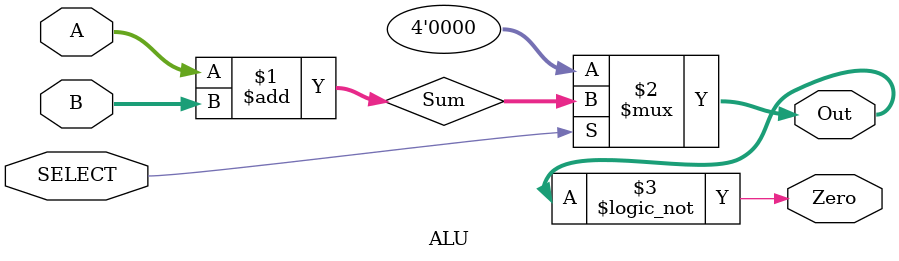
<source format=sv>
module ALU(
    input [3:0] A, B,  // 4-bit inputs
    input SELECT,      // Select line
    output [3:0] Out,  // 4-bit output
    output Zero        // Zero flag
);
    wire [3:0] Sum;    // Wire for the sum of A and B

    // 4-bit ripple carry adder as in the diagrm
    assign Sum = A + B;

    // Multiplexer to select between Sum and Zero
    assign Out = (SELECT) ? Sum : 4'b0000;

    // Zero flag to indicate if the output is zero
    assign Zero = (Out == 4'b0000);
endmodule

</source>
